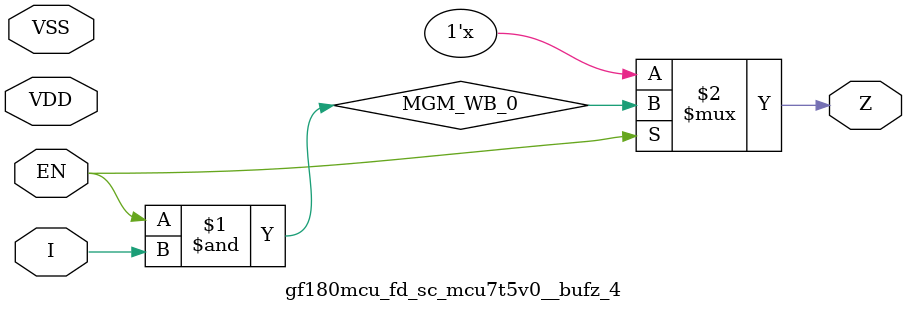
<source format=v>

module gf180mcu_fd_sc_mcu7t5v0__bufz_4( EN, I, Z, VDD, VSS );
input EN, I;
inout VDD, VSS;
output Z;

	wire MGM_WB_0;

	wire MGM_WB_1;

	and MGM_BG_0( MGM_WB_0, EN, I );

	not MGM_BG_1( MGM_WB_1, EN );

	bufif0 MGM_BG_2( Z, MGM_WB_0,MGM_WB_1 );

endmodule

</source>
